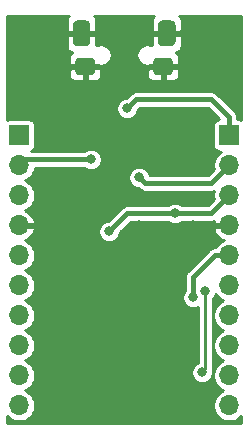
<source format=gbr>
%TF.GenerationSoftware,KiCad,Pcbnew,(5.1.9)-1*%
%TF.CreationDate,2022-01-17T18:14:23-05:00*%
%TF.ProjectId,Dev16x4USB,44657631-3678-4345-9553-422e6b696361,rev?*%
%TF.SameCoordinates,Original*%
%TF.FileFunction,Copper,L2,Bot*%
%TF.FilePolarity,Positive*%
%FSLAX46Y46*%
G04 Gerber Fmt 4.6, Leading zero omitted, Abs format (unit mm)*
G04 Created by KiCad (PCBNEW (5.1.9)-1) date 2022-01-17 18:14:23*
%MOMM*%
%LPD*%
G01*
G04 APERTURE LIST*
%TA.AperFunction,ComponentPad*%
%ADD10O,1.700000X1.700000*%
%TD*%
%TA.AperFunction,ComponentPad*%
%ADD11R,1.700000X1.700000*%
%TD*%
%TA.AperFunction,ViaPad*%
%ADD12C,0.800000*%
%TD*%
%TA.AperFunction,Conductor*%
%ADD13C,0.381000*%
%TD*%
%TA.AperFunction,Conductor*%
%ADD14C,0.254000*%
%TD*%
%TA.AperFunction,Conductor*%
%ADD15C,0.100000*%
%TD*%
G04 APERTURE END LIST*
D10*
%TO.P,J3,10*%
%TO.N,/6_SDA*%
X124460000Y-109220000D03*
%TO.P,J3,9*%
%TO.N,/7_SCL*%
X124460000Y-106680000D03*
%TO.P,J3,8*%
%TO.N,/UPDI*%
X124460000Y-104140000D03*
%TO.P,J3,7*%
%TO.N,/8_MOSI*%
X124460000Y-101600000D03*
%TO.P,J3,6*%
%TO.N,/9_MISO*%
X124460000Y-99060000D03*
%TO.P,J3,5*%
%TO.N,/10_SCK*%
X124460000Y-96520000D03*
%TO.P,J3,4*%
%TO.N,GND*%
X124460000Y-93980000D03*
%TO.P,J3,3*%
%TO.N,VCC*%
X124460000Y-91440000D03*
%TO.P,J3,2*%
%TO.N,+3V3*%
X124460000Y-88900000D03*
D11*
%TO.P,J3,1*%
%TO.N,+5V*%
X124460000Y-86360000D03*
%TD*%
D10*
%TO.P,J2,10*%
%TO.N,/5_TX*%
X106680000Y-109220000D03*
%TO.P,J2,9*%
%TO.N,/4_RX*%
X106680000Y-106680000D03*
%TO.P,J2,8*%
%TO.N,/3*%
X106680000Y-104140000D03*
%TO.P,J2,7*%
%TO.N,/2*%
X106680000Y-101600000D03*
%TO.P,J2,6*%
%TO.N,/1_VREF*%
X106680000Y-99060000D03*
%TO.P,J2,5*%
%TO.N,/0_SS*%
X106680000Y-96520000D03*
%TO.P,J2,4*%
%TO.N,GND*%
X106680000Y-93980000D03*
%TO.P,J2,3*%
%TO.N,VCC*%
X106680000Y-91440000D03*
%TO.P,J2,2*%
%TO.N,+3V3*%
X106680000Y-88900000D03*
D11*
%TO.P,J2,1*%
%TO.N,+5V*%
X106680000Y-86360000D03*
%TD*%
%TO.P,J1,6*%
%TO.N,GND*%
%TA.AperFunction,ComponentPad*%
G36*
G01*
X118420000Y-78449000D02*
X118420000Y-76999000D01*
G75*
G02*
X118795000Y-76624000I375000J0D01*
G01*
X119545000Y-76624000D01*
G75*
G02*
X119920000Y-76999000I0J-375000D01*
G01*
X119920000Y-78449000D01*
G75*
G02*
X119545000Y-78824000I-375000J0D01*
G01*
X118795000Y-78824000D01*
G75*
G02*
X118420000Y-78449000I0J375000D01*
G01*
G37*
%TD.AperFunction*%
%TA.AperFunction,ComponentPad*%
G36*
G01*
X111220000Y-78449000D02*
X111220000Y-76999000D01*
G75*
G02*
X111595000Y-76624000I375000J0D01*
G01*
X112345000Y-76624000D01*
G75*
G02*
X112720000Y-76999000I0J-375000D01*
G01*
X112720000Y-78449000D01*
G75*
G02*
X112345000Y-78824000I-375000J0D01*
G01*
X111595000Y-78824000D01*
G75*
G02*
X111220000Y-78449000I0J375000D01*
G01*
G37*
%TD.AperFunction*%
%TA.AperFunction,ComponentPad*%
G36*
G01*
X111420000Y-80899000D02*
X111420000Y-80149000D01*
G75*
G02*
X111795000Y-79774000I375000J0D01*
G01*
X112745000Y-79774000D01*
G75*
G02*
X113120000Y-80149000I0J-375000D01*
G01*
X113120000Y-80899000D01*
G75*
G02*
X112745000Y-81274000I-375000J0D01*
G01*
X111795000Y-81274000D01*
G75*
G02*
X111420000Y-80899000I0J375000D01*
G01*
G37*
%TD.AperFunction*%
%TA.AperFunction,ComponentPad*%
G36*
G01*
X118020000Y-80899000D02*
X118020000Y-80149000D01*
G75*
G02*
X118395000Y-79774000I375000J0D01*
G01*
X119345000Y-79774000D01*
G75*
G02*
X119720000Y-80149000I0J-375000D01*
G01*
X119720000Y-80899000D01*
G75*
G02*
X119345000Y-81274000I-375000J0D01*
G01*
X118395000Y-81274000D01*
G75*
G02*
X118020000Y-80899000I0J375000D01*
G01*
G37*
%TD.AperFunction*%
%TD*%
D12*
%TO.N,GND*%
X115824000Y-99568000D03*
X118872000Y-99568000D03*
X121412000Y-89408000D03*
X122936000Y-84836000D03*
X110744000Y-94488000D03*
X121412000Y-91948000D03*
X121412000Y-93980000D03*
X116840000Y-93980000D03*
%TO.N,+5V*%
X115824000Y-84077070D03*
%TO.N,+3V3*%
X112776000Y-88392000D03*
X116840000Y-89916000D03*
%TO.N,VCC*%
X114300000Y-94488000D03*
X119888000Y-92964000D03*
%TO.N,/UPDI*%
X122174000Y-106426000D03*
X122428000Y-99568020D03*
%TO.N,/10_SCK*%
X121412000Y-100075994D03*
%TD*%
D13*
%TO.N,+5V*%
X116589070Y-83312000D02*
X115824000Y-84077070D01*
X122936000Y-83312000D02*
X116589070Y-83312000D01*
X124460000Y-84836000D02*
X122936000Y-83312000D01*
X124460000Y-86360000D02*
X124460000Y-84836000D01*
%TO.N,+3V3*%
X107188000Y-88392000D02*
X106680000Y-88900000D01*
X112776000Y-88392000D02*
X107188000Y-88392000D01*
X122936000Y-90424000D02*
X124460000Y-88900000D01*
X117348000Y-90424000D02*
X122936000Y-90424000D01*
X116840000Y-89916000D02*
X117348000Y-90424000D01*
%TO.N,VCC*%
X114300000Y-94488000D02*
X114300000Y-94488000D01*
X115824000Y-92964000D02*
X119888000Y-92964000D01*
X114300000Y-94488000D02*
X115824000Y-92964000D01*
X124460000Y-91440000D02*
X122936000Y-92964000D01*
X122936000Y-92964000D02*
X119888000Y-92964000D01*
D14*
%TO.N,/UPDI*%
X122428000Y-106172000D02*
X122428000Y-99568020D01*
X122174000Y-106426000D02*
X122428000Y-106172000D01*
D13*
%TO.N,/10_SCK*%
X123257919Y-96520000D02*
X121412000Y-98365919D01*
X124460000Y-96520000D02*
X123257919Y-96520000D01*
X121412000Y-98365919D02*
X121412000Y-100075994D01*
%TD*%
D14*
%TO.N,GND*%
X110859052Y-76263052D02*
X110795570Y-76340405D01*
X110748398Y-76428656D01*
X110719350Y-76524415D01*
X110709542Y-76624000D01*
X110712000Y-77470000D01*
X110839000Y-77597000D01*
X111843000Y-77597000D01*
X111843000Y-77577000D01*
X112097000Y-77577000D01*
X112097000Y-77597000D01*
X113101000Y-77597000D01*
X113228000Y-77470000D01*
X113230458Y-76624000D01*
X113220650Y-76524415D01*
X113191602Y-76428656D01*
X113144430Y-76340405D01*
X113080948Y-76263052D01*
X113034582Y-76225000D01*
X118105418Y-76225000D01*
X118059052Y-76263052D01*
X117995570Y-76340405D01*
X117948398Y-76428656D01*
X117919350Y-76524415D01*
X117909542Y-76624000D01*
X117912000Y-77470000D01*
X118039000Y-77597000D01*
X119043000Y-77597000D01*
X119043000Y-77577000D01*
X119297000Y-77577000D01*
X119297000Y-77597000D01*
X120301000Y-77597000D01*
X120428000Y-77470000D01*
X120430458Y-76624000D01*
X120420650Y-76524415D01*
X120391602Y-76428656D01*
X120344430Y-76340405D01*
X120280948Y-76263052D01*
X120234582Y-76225000D01*
X125451000Y-76225000D01*
X125451000Y-85021914D01*
X125409585Y-85009351D01*
X125310000Y-84999543D01*
X125158500Y-84999543D01*
X125158500Y-84870297D01*
X125161878Y-84835999D01*
X125158500Y-84801701D01*
X125158500Y-84801691D01*
X125148393Y-84699070D01*
X125108452Y-84567403D01*
X125076256Y-84507169D01*
X125043591Y-84446056D01*
X124978173Y-84366345D01*
X124978171Y-84366343D01*
X124956303Y-84339697D01*
X124929657Y-84317829D01*
X123454175Y-82842348D01*
X123432303Y-82815697D01*
X123325943Y-82728409D01*
X123204597Y-82663548D01*
X123072930Y-82623607D01*
X122970309Y-82613500D01*
X122970298Y-82613500D01*
X122936000Y-82610122D01*
X122901702Y-82613500D01*
X116623367Y-82613500D01*
X116589069Y-82610122D01*
X116554771Y-82613500D01*
X116554761Y-82613500D01*
X116452140Y-82623607D01*
X116320473Y-82663548D01*
X116320471Y-82663549D01*
X116199126Y-82728409D01*
X116119415Y-82793827D01*
X116092767Y-82815697D01*
X116070899Y-82842343D01*
X115744172Y-83169070D01*
X115734570Y-83169070D01*
X115559146Y-83203964D01*
X115393901Y-83272411D01*
X115245184Y-83371781D01*
X115118711Y-83498254D01*
X115019341Y-83646971D01*
X114950894Y-83812216D01*
X114916000Y-83987640D01*
X114916000Y-84166500D01*
X114950894Y-84341924D01*
X115019341Y-84507169D01*
X115118711Y-84655886D01*
X115245184Y-84782359D01*
X115393901Y-84881729D01*
X115559146Y-84950176D01*
X115734570Y-84985070D01*
X115913430Y-84985070D01*
X116088854Y-84950176D01*
X116254099Y-84881729D01*
X116402816Y-84782359D01*
X116529289Y-84655886D01*
X116628659Y-84507169D01*
X116697106Y-84341924D01*
X116732000Y-84166500D01*
X116732000Y-84156898D01*
X116878398Y-84010500D01*
X122646673Y-84010500D01*
X123635715Y-84999543D01*
X123610000Y-84999543D01*
X123510415Y-85009351D01*
X123414657Y-85038399D01*
X123326405Y-85085571D01*
X123249052Y-85149052D01*
X123185571Y-85226405D01*
X123138399Y-85314657D01*
X123109351Y-85410415D01*
X123099543Y-85510000D01*
X123099543Y-87210000D01*
X123109351Y-87309585D01*
X123138399Y-87405343D01*
X123185571Y-87493595D01*
X123249052Y-87570948D01*
X123326405Y-87634429D01*
X123414657Y-87681601D01*
X123510415Y-87710649D01*
X123610000Y-87720457D01*
X123780975Y-87720457D01*
X123594325Y-87845172D01*
X123405172Y-88034325D01*
X123256556Y-88256746D01*
X123154187Y-88503886D01*
X123102000Y-88766249D01*
X123102000Y-89033751D01*
X123141225Y-89230948D01*
X122646673Y-89725500D01*
X117727896Y-89725500D01*
X117713106Y-89651146D01*
X117644659Y-89485901D01*
X117545289Y-89337184D01*
X117418816Y-89210711D01*
X117270099Y-89111341D01*
X117104854Y-89042894D01*
X116929430Y-89008000D01*
X116750570Y-89008000D01*
X116575146Y-89042894D01*
X116409901Y-89111341D01*
X116261184Y-89210711D01*
X116134711Y-89337184D01*
X116035341Y-89485901D01*
X115966894Y-89651146D01*
X115932000Y-89826570D01*
X115932000Y-90005430D01*
X115966894Y-90180854D01*
X116035341Y-90346099D01*
X116134711Y-90494816D01*
X116261184Y-90621289D01*
X116409901Y-90720659D01*
X116575146Y-90789106D01*
X116750570Y-90824000D01*
X116760172Y-90824000D01*
X116829829Y-90893657D01*
X116851697Y-90920303D01*
X116878343Y-90942171D01*
X116878345Y-90942173D01*
X116958056Y-91007591D01*
X117079401Y-91072451D01*
X117079403Y-91072452D01*
X117211070Y-91112393D01*
X117313691Y-91122500D01*
X117313701Y-91122500D01*
X117347999Y-91125878D01*
X117382297Y-91122500D01*
X122901702Y-91122500D01*
X122936000Y-91125878D01*
X122970298Y-91122500D01*
X122970309Y-91122500D01*
X123072930Y-91112393D01*
X123144903Y-91090560D01*
X123102000Y-91306249D01*
X123102000Y-91573751D01*
X123141225Y-91770948D01*
X122646673Y-92265500D01*
X120473605Y-92265500D01*
X120466816Y-92258711D01*
X120318099Y-92159341D01*
X120152854Y-92090894D01*
X119977430Y-92056000D01*
X119798570Y-92056000D01*
X119623146Y-92090894D01*
X119457901Y-92159341D01*
X119309184Y-92258711D01*
X119302395Y-92265500D01*
X115858297Y-92265500D01*
X115823999Y-92262122D01*
X115789701Y-92265500D01*
X115789691Y-92265500D01*
X115687070Y-92275607D01*
X115555403Y-92315548D01*
X115555401Y-92315549D01*
X115434056Y-92380409D01*
X115354345Y-92445827D01*
X115327697Y-92467697D01*
X115305829Y-92494343D01*
X114220173Y-93580000D01*
X114210570Y-93580000D01*
X114035146Y-93614894D01*
X113869901Y-93683341D01*
X113721184Y-93782711D01*
X113594711Y-93909184D01*
X113495341Y-94057901D01*
X113426894Y-94223146D01*
X113392000Y-94398570D01*
X113392000Y-94577430D01*
X113426894Y-94752854D01*
X113495341Y-94918099D01*
X113594711Y-95066816D01*
X113721184Y-95193289D01*
X113869901Y-95292659D01*
X114035146Y-95361106D01*
X114210570Y-95396000D01*
X114389430Y-95396000D01*
X114564854Y-95361106D01*
X114730099Y-95292659D01*
X114878816Y-95193289D01*
X115005289Y-95066816D01*
X115104659Y-94918099D01*
X115173106Y-94752854D01*
X115208000Y-94577430D01*
X115208000Y-94567827D01*
X116113328Y-93662500D01*
X119302395Y-93662500D01*
X119309184Y-93669289D01*
X119457901Y-93768659D01*
X119623146Y-93837106D01*
X119798570Y-93872000D01*
X119977430Y-93872000D01*
X120152854Y-93837106D01*
X120318099Y-93768659D01*
X120466816Y-93669289D01*
X120473605Y-93662500D01*
X122901702Y-93662500D01*
X122936000Y-93665878D01*
X122970298Y-93662500D01*
X122970309Y-93662500D01*
X123072930Y-93652393D01*
X123148595Y-93629440D01*
X123144465Y-93643057D01*
X123235569Y-93853000D01*
X124333000Y-93853000D01*
X124333000Y-93833000D01*
X124587000Y-93833000D01*
X124587000Y-93853000D01*
X124607000Y-93853000D01*
X124607000Y-94107000D01*
X124587000Y-94107000D01*
X124587000Y-94127000D01*
X124333000Y-94127000D01*
X124333000Y-94107000D01*
X123235569Y-94107000D01*
X123144465Y-94316943D01*
X123178972Y-94430717D01*
X123291517Y-94671973D01*
X123448966Y-94886637D01*
X123645269Y-95066459D01*
X123872881Y-95204529D01*
X123986987Y-95246040D01*
X123816746Y-95316556D01*
X123594325Y-95465172D01*
X123405172Y-95654325D01*
X123293470Y-95821500D01*
X123292217Y-95821500D01*
X123257919Y-95818122D01*
X123223621Y-95821500D01*
X123223610Y-95821500D01*
X123120989Y-95831607D01*
X122989322Y-95871548D01*
X122932836Y-95901740D01*
X122867975Y-95936409D01*
X122788265Y-96001826D01*
X122788262Y-96001829D01*
X122761616Y-96023697D01*
X122739748Y-96050343D01*
X120942344Y-97847748D01*
X120915697Y-97869617D01*
X120893829Y-97896263D01*
X120893826Y-97896266D01*
X120828409Y-97975976D01*
X120763549Y-98097321D01*
X120763548Y-98097323D01*
X120723607Y-98228990D01*
X120713500Y-98331611D01*
X120713500Y-98331621D01*
X120710122Y-98365919D01*
X120713500Y-98400218D01*
X120713501Y-99490388D01*
X120706711Y-99497178D01*
X120607341Y-99645895D01*
X120538894Y-99811140D01*
X120504000Y-99986564D01*
X120504000Y-100165424D01*
X120538894Y-100340848D01*
X120607341Y-100506093D01*
X120706711Y-100654810D01*
X120833184Y-100781283D01*
X120981901Y-100880653D01*
X121147146Y-100949100D01*
X121322570Y-100983994D01*
X121501430Y-100983994D01*
X121676854Y-100949100D01*
X121793001Y-100900990D01*
X121793000Y-105601003D01*
X121743901Y-105621341D01*
X121595184Y-105720711D01*
X121468711Y-105847184D01*
X121369341Y-105995901D01*
X121300894Y-106161146D01*
X121266000Y-106336570D01*
X121266000Y-106515430D01*
X121300894Y-106690854D01*
X121369341Y-106856099D01*
X121468711Y-107004816D01*
X121595184Y-107131289D01*
X121743901Y-107230659D01*
X121909146Y-107299106D01*
X122084570Y-107334000D01*
X122263430Y-107334000D01*
X122438854Y-107299106D01*
X122604099Y-107230659D01*
X122752816Y-107131289D01*
X122879289Y-107004816D01*
X122978659Y-106856099D01*
X123047106Y-106690854D01*
X123082000Y-106515430D01*
X123082000Y-106336570D01*
X123060506Y-106228513D01*
X123063000Y-106203192D01*
X123063000Y-106203182D01*
X123066071Y-106172001D01*
X123063000Y-106140820D01*
X123063000Y-100217125D01*
X123133289Y-100146836D01*
X123232659Y-99998119D01*
X123301106Y-99832874D01*
X123310754Y-99784368D01*
X123405172Y-99925675D01*
X123594325Y-100114828D01*
X123816746Y-100263444D01*
X123977426Y-100330000D01*
X123816746Y-100396556D01*
X123594325Y-100545172D01*
X123405172Y-100734325D01*
X123256556Y-100956746D01*
X123154187Y-101203886D01*
X123102000Y-101466249D01*
X123102000Y-101733751D01*
X123154187Y-101996114D01*
X123256556Y-102243254D01*
X123405172Y-102465675D01*
X123594325Y-102654828D01*
X123816746Y-102803444D01*
X123977426Y-102870000D01*
X123816746Y-102936556D01*
X123594325Y-103085172D01*
X123405172Y-103274325D01*
X123256556Y-103496746D01*
X123154187Y-103743886D01*
X123102000Y-104006249D01*
X123102000Y-104273751D01*
X123154187Y-104536114D01*
X123256556Y-104783254D01*
X123405172Y-105005675D01*
X123594325Y-105194828D01*
X123816746Y-105343444D01*
X123977426Y-105410000D01*
X123816746Y-105476556D01*
X123594325Y-105625172D01*
X123405172Y-105814325D01*
X123256556Y-106036746D01*
X123154187Y-106283886D01*
X123102000Y-106546249D01*
X123102000Y-106813751D01*
X123154187Y-107076114D01*
X123256556Y-107323254D01*
X123405172Y-107545675D01*
X123594325Y-107734828D01*
X123816746Y-107883444D01*
X123977426Y-107950000D01*
X123816746Y-108016556D01*
X123594325Y-108165172D01*
X123405172Y-108354325D01*
X123256556Y-108576746D01*
X123154187Y-108823886D01*
X123102000Y-109086249D01*
X123102000Y-109353751D01*
X123154187Y-109616114D01*
X123256556Y-109863254D01*
X123405172Y-110085675D01*
X123594325Y-110274828D01*
X123816746Y-110423444D01*
X124063886Y-110525813D01*
X124326249Y-110578000D01*
X124593751Y-110578000D01*
X124856114Y-110525813D01*
X125103254Y-110423444D01*
X125325675Y-110274828D01*
X125451001Y-110149502D01*
X125451001Y-110719000D01*
X105689000Y-110719000D01*
X105689000Y-110149503D01*
X105814325Y-110274828D01*
X106036746Y-110423444D01*
X106283886Y-110525813D01*
X106546249Y-110578000D01*
X106813751Y-110578000D01*
X107076114Y-110525813D01*
X107323254Y-110423444D01*
X107545675Y-110274828D01*
X107734828Y-110085675D01*
X107883444Y-109863254D01*
X107985813Y-109616114D01*
X108038000Y-109353751D01*
X108038000Y-109086249D01*
X107985813Y-108823886D01*
X107883444Y-108576746D01*
X107734828Y-108354325D01*
X107545675Y-108165172D01*
X107323254Y-108016556D01*
X107162574Y-107950000D01*
X107323254Y-107883444D01*
X107545675Y-107734828D01*
X107734828Y-107545675D01*
X107883444Y-107323254D01*
X107985813Y-107076114D01*
X108038000Y-106813751D01*
X108038000Y-106546249D01*
X107985813Y-106283886D01*
X107883444Y-106036746D01*
X107734828Y-105814325D01*
X107545675Y-105625172D01*
X107323254Y-105476556D01*
X107162574Y-105410000D01*
X107323254Y-105343444D01*
X107545675Y-105194828D01*
X107734828Y-105005675D01*
X107883444Y-104783254D01*
X107985813Y-104536114D01*
X108038000Y-104273751D01*
X108038000Y-104006249D01*
X107985813Y-103743886D01*
X107883444Y-103496746D01*
X107734828Y-103274325D01*
X107545675Y-103085172D01*
X107323254Y-102936556D01*
X107162574Y-102870000D01*
X107323254Y-102803444D01*
X107545675Y-102654828D01*
X107734828Y-102465675D01*
X107883444Y-102243254D01*
X107985813Y-101996114D01*
X108038000Y-101733751D01*
X108038000Y-101466249D01*
X107985813Y-101203886D01*
X107883444Y-100956746D01*
X107734828Y-100734325D01*
X107545675Y-100545172D01*
X107323254Y-100396556D01*
X107162574Y-100330000D01*
X107323254Y-100263444D01*
X107545675Y-100114828D01*
X107734828Y-99925675D01*
X107883444Y-99703254D01*
X107985813Y-99456114D01*
X108038000Y-99193751D01*
X108038000Y-98926249D01*
X107985813Y-98663886D01*
X107883444Y-98416746D01*
X107734828Y-98194325D01*
X107545675Y-98005172D01*
X107323254Y-97856556D01*
X107162574Y-97790000D01*
X107323254Y-97723444D01*
X107545675Y-97574828D01*
X107734828Y-97385675D01*
X107883444Y-97163254D01*
X107985813Y-96916114D01*
X108038000Y-96653751D01*
X108038000Y-96386249D01*
X107985813Y-96123886D01*
X107883444Y-95876746D01*
X107734828Y-95654325D01*
X107545675Y-95465172D01*
X107323254Y-95316556D01*
X107153013Y-95246040D01*
X107267119Y-95204529D01*
X107494731Y-95066459D01*
X107691034Y-94886637D01*
X107848483Y-94671973D01*
X107961028Y-94430717D01*
X107995535Y-94316943D01*
X107904431Y-94107000D01*
X106807000Y-94107000D01*
X106807000Y-94127000D01*
X106553000Y-94127000D01*
X106553000Y-94107000D01*
X106533000Y-94107000D01*
X106533000Y-93853000D01*
X106553000Y-93853000D01*
X106553000Y-93833000D01*
X106807000Y-93833000D01*
X106807000Y-93853000D01*
X107904431Y-93853000D01*
X107995535Y-93643057D01*
X107961028Y-93529283D01*
X107848483Y-93288027D01*
X107691034Y-93073363D01*
X107494731Y-92893541D01*
X107267119Y-92755471D01*
X107153013Y-92713960D01*
X107323254Y-92643444D01*
X107545675Y-92494828D01*
X107734828Y-92305675D01*
X107883444Y-92083254D01*
X107985813Y-91836114D01*
X108038000Y-91573751D01*
X108038000Y-91306249D01*
X107985813Y-91043886D01*
X107883444Y-90796746D01*
X107734828Y-90574325D01*
X107545675Y-90385172D01*
X107323254Y-90236556D01*
X107162574Y-90170000D01*
X107323254Y-90103444D01*
X107545675Y-89954828D01*
X107734828Y-89765675D01*
X107883444Y-89543254D01*
X107985813Y-89296114D01*
X108026712Y-89090500D01*
X112190395Y-89090500D01*
X112197184Y-89097289D01*
X112345901Y-89196659D01*
X112511146Y-89265106D01*
X112686570Y-89300000D01*
X112865430Y-89300000D01*
X113040854Y-89265106D01*
X113206099Y-89196659D01*
X113354816Y-89097289D01*
X113481289Y-88970816D01*
X113580659Y-88822099D01*
X113649106Y-88656854D01*
X113684000Y-88481430D01*
X113684000Y-88302570D01*
X113649106Y-88127146D01*
X113580659Y-87961901D01*
X113481289Y-87813184D01*
X113354816Y-87686711D01*
X113206099Y-87587341D01*
X113040854Y-87518894D01*
X112865430Y-87484000D01*
X112686570Y-87484000D01*
X112511146Y-87518894D01*
X112345901Y-87587341D01*
X112197184Y-87686711D01*
X112190395Y-87693500D01*
X107686117Y-87693500D01*
X107725343Y-87681601D01*
X107813595Y-87634429D01*
X107890948Y-87570948D01*
X107954429Y-87493595D01*
X108001601Y-87405343D01*
X108030649Y-87309585D01*
X108040457Y-87210000D01*
X108040457Y-85510000D01*
X108030649Y-85410415D01*
X108001601Y-85314657D01*
X107954429Y-85226405D01*
X107890948Y-85149052D01*
X107813595Y-85085571D01*
X107725343Y-85038399D01*
X107629585Y-85009351D01*
X107530000Y-84999543D01*
X105830000Y-84999543D01*
X105730415Y-85009351D01*
X105689000Y-85021914D01*
X105689000Y-81274000D01*
X110909542Y-81274000D01*
X110919350Y-81373585D01*
X110948398Y-81469344D01*
X110995570Y-81557595D01*
X111059052Y-81634948D01*
X111136405Y-81698430D01*
X111224656Y-81745602D01*
X111320415Y-81774650D01*
X111420000Y-81784458D01*
X112016000Y-81782000D01*
X112143000Y-81655000D01*
X112143000Y-80651000D01*
X112397000Y-80651000D01*
X112397000Y-81655000D01*
X112524000Y-81782000D01*
X113120000Y-81784458D01*
X113219585Y-81774650D01*
X113315344Y-81745602D01*
X113403595Y-81698430D01*
X113480948Y-81634948D01*
X113544430Y-81557595D01*
X113591602Y-81469344D01*
X113620650Y-81373585D01*
X113630458Y-81274000D01*
X117509542Y-81274000D01*
X117519350Y-81373585D01*
X117548398Y-81469344D01*
X117595570Y-81557595D01*
X117659052Y-81634948D01*
X117736405Y-81698430D01*
X117824656Y-81745602D01*
X117920415Y-81774650D01*
X118020000Y-81784458D01*
X118616000Y-81782000D01*
X118743000Y-81655000D01*
X118743000Y-80651000D01*
X118997000Y-80651000D01*
X118997000Y-81655000D01*
X119124000Y-81782000D01*
X119720000Y-81784458D01*
X119819585Y-81774650D01*
X119915344Y-81745602D01*
X120003595Y-81698430D01*
X120080948Y-81634948D01*
X120144430Y-81557595D01*
X120191602Y-81469344D01*
X120220650Y-81373585D01*
X120230458Y-81274000D01*
X120228000Y-80778000D01*
X120101000Y-80651000D01*
X118997000Y-80651000D01*
X118743000Y-80651000D01*
X117639000Y-80651000D01*
X117512000Y-80778000D01*
X117509542Y-81274000D01*
X113630458Y-81274000D01*
X113628000Y-80778000D01*
X113501000Y-80651000D01*
X112397000Y-80651000D01*
X112143000Y-80651000D01*
X111039000Y-80651000D01*
X110912000Y-80778000D01*
X110909542Y-81274000D01*
X105689000Y-81274000D01*
X105689000Y-78824000D01*
X110709542Y-78824000D01*
X110719350Y-78923585D01*
X110748398Y-79019344D01*
X110795570Y-79107595D01*
X110859052Y-79184948D01*
X110936405Y-79248430D01*
X111024656Y-79295602D01*
X111120415Y-79324650D01*
X111173285Y-79329857D01*
X111136405Y-79349570D01*
X111059052Y-79413052D01*
X110995570Y-79490405D01*
X110948398Y-79578656D01*
X110919350Y-79674415D01*
X110909542Y-79774000D01*
X110912000Y-80270000D01*
X111039000Y-80397000D01*
X112143000Y-80397000D01*
X112143000Y-80377000D01*
X112397000Y-80377000D01*
X112397000Y-80397000D01*
X113282464Y-80397000D01*
X113355146Y-80427106D01*
X113530570Y-80462000D01*
X113709430Y-80462000D01*
X113884854Y-80427106D01*
X114050099Y-80358659D01*
X114198816Y-80259289D01*
X114325289Y-80132816D01*
X114424659Y-79984099D01*
X114493106Y-79818854D01*
X114528000Y-79643430D01*
X114528000Y-79464570D01*
X116612000Y-79464570D01*
X116612000Y-79643430D01*
X116646894Y-79818854D01*
X116715341Y-79984099D01*
X116814711Y-80132816D01*
X116941184Y-80259289D01*
X117089901Y-80358659D01*
X117255146Y-80427106D01*
X117430570Y-80462000D01*
X117609430Y-80462000D01*
X117784854Y-80427106D01*
X117857536Y-80397000D01*
X118743000Y-80397000D01*
X118743000Y-80377000D01*
X118997000Y-80377000D01*
X118997000Y-80397000D01*
X120101000Y-80397000D01*
X120228000Y-80270000D01*
X120230458Y-79774000D01*
X120220650Y-79674415D01*
X120191602Y-79578656D01*
X120144430Y-79490405D01*
X120080948Y-79413052D01*
X120003595Y-79349570D01*
X119966715Y-79329857D01*
X120019585Y-79324650D01*
X120115344Y-79295602D01*
X120203595Y-79248430D01*
X120280948Y-79184948D01*
X120344430Y-79107595D01*
X120391602Y-79019344D01*
X120420650Y-78923585D01*
X120430458Y-78824000D01*
X120428000Y-77978000D01*
X120301000Y-77851000D01*
X119297000Y-77851000D01*
X119297000Y-77871000D01*
X119043000Y-77871000D01*
X119043000Y-77851000D01*
X118039000Y-77851000D01*
X117912000Y-77978000D01*
X117909807Y-78732652D01*
X117784854Y-78680894D01*
X117609430Y-78646000D01*
X117430570Y-78646000D01*
X117255146Y-78680894D01*
X117089901Y-78749341D01*
X116941184Y-78848711D01*
X116814711Y-78975184D01*
X116715341Y-79123901D01*
X116646894Y-79289146D01*
X116612000Y-79464570D01*
X114528000Y-79464570D01*
X114493106Y-79289146D01*
X114424659Y-79123901D01*
X114325289Y-78975184D01*
X114198816Y-78848711D01*
X114050099Y-78749341D01*
X113884854Y-78680894D01*
X113709430Y-78646000D01*
X113530570Y-78646000D01*
X113355146Y-78680894D01*
X113230193Y-78732652D01*
X113228000Y-77978000D01*
X113101000Y-77851000D01*
X112097000Y-77851000D01*
X112097000Y-77871000D01*
X111843000Y-77871000D01*
X111843000Y-77851000D01*
X110839000Y-77851000D01*
X110712000Y-77978000D01*
X110709542Y-78824000D01*
X105689000Y-78824000D01*
X105689000Y-76225000D01*
X110905418Y-76225000D01*
X110859052Y-76263052D01*
%TA.AperFunction,Conductor*%
D15*
G36*
X110859052Y-76263052D02*
G01*
X110795570Y-76340405D01*
X110748398Y-76428656D01*
X110719350Y-76524415D01*
X110709542Y-76624000D01*
X110712000Y-77470000D01*
X110839000Y-77597000D01*
X111843000Y-77597000D01*
X111843000Y-77577000D01*
X112097000Y-77577000D01*
X112097000Y-77597000D01*
X113101000Y-77597000D01*
X113228000Y-77470000D01*
X113230458Y-76624000D01*
X113220650Y-76524415D01*
X113191602Y-76428656D01*
X113144430Y-76340405D01*
X113080948Y-76263052D01*
X113034582Y-76225000D01*
X118105418Y-76225000D01*
X118059052Y-76263052D01*
X117995570Y-76340405D01*
X117948398Y-76428656D01*
X117919350Y-76524415D01*
X117909542Y-76624000D01*
X117912000Y-77470000D01*
X118039000Y-77597000D01*
X119043000Y-77597000D01*
X119043000Y-77577000D01*
X119297000Y-77577000D01*
X119297000Y-77597000D01*
X120301000Y-77597000D01*
X120428000Y-77470000D01*
X120430458Y-76624000D01*
X120420650Y-76524415D01*
X120391602Y-76428656D01*
X120344430Y-76340405D01*
X120280948Y-76263052D01*
X120234582Y-76225000D01*
X125451000Y-76225000D01*
X125451000Y-85021914D01*
X125409585Y-85009351D01*
X125310000Y-84999543D01*
X125158500Y-84999543D01*
X125158500Y-84870297D01*
X125161878Y-84835999D01*
X125158500Y-84801701D01*
X125158500Y-84801691D01*
X125148393Y-84699070D01*
X125108452Y-84567403D01*
X125076256Y-84507169D01*
X125043591Y-84446056D01*
X124978173Y-84366345D01*
X124978171Y-84366343D01*
X124956303Y-84339697D01*
X124929657Y-84317829D01*
X123454175Y-82842348D01*
X123432303Y-82815697D01*
X123325943Y-82728409D01*
X123204597Y-82663548D01*
X123072930Y-82623607D01*
X122970309Y-82613500D01*
X122970298Y-82613500D01*
X122936000Y-82610122D01*
X122901702Y-82613500D01*
X116623367Y-82613500D01*
X116589069Y-82610122D01*
X116554771Y-82613500D01*
X116554761Y-82613500D01*
X116452140Y-82623607D01*
X116320473Y-82663548D01*
X116320471Y-82663549D01*
X116199126Y-82728409D01*
X116119415Y-82793827D01*
X116092767Y-82815697D01*
X116070899Y-82842343D01*
X115744172Y-83169070D01*
X115734570Y-83169070D01*
X115559146Y-83203964D01*
X115393901Y-83272411D01*
X115245184Y-83371781D01*
X115118711Y-83498254D01*
X115019341Y-83646971D01*
X114950894Y-83812216D01*
X114916000Y-83987640D01*
X114916000Y-84166500D01*
X114950894Y-84341924D01*
X115019341Y-84507169D01*
X115118711Y-84655886D01*
X115245184Y-84782359D01*
X115393901Y-84881729D01*
X115559146Y-84950176D01*
X115734570Y-84985070D01*
X115913430Y-84985070D01*
X116088854Y-84950176D01*
X116254099Y-84881729D01*
X116402816Y-84782359D01*
X116529289Y-84655886D01*
X116628659Y-84507169D01*
X116697106Y-84341924D01*
X116732000Y-84166500D01*
X116732000Y-84156898D01*
X116878398Y-84010500D01*
X122646673Y-84010500D01*
X123635715Y-84999543D01*
X123610000Y-84999543D01*
X123510415Y-85009351D01*
X123414657Y-85038399D01*
X123326405Y-85085571D01*
X123249052Y-85149052D01*
X123185571Y-85226405D01*
X123138399Y-85314657D01*
X123109351Y-85410415D01*
X123099543Y-85510000D01*
X123099543Y-87210000D01*
X123109351Y-87309585D01*
X123138399Y-87405343D01*
X123185571Y-87493595D01*
X123249052Y-87570948D01*
X123326405Y-87634429D01*
X123414657Y-87681601D01*
X123510415Y-87710649D01*
X123610000Y-87720457D01*
X123780975Y-87720457D01*
X123594325Y-87845172D01*
X123405172Y-88034325D01*
X123256556Y-88256746D01*
X123154187Y-88503886D01*
X123102000Y-88766249D01*
X123102000Y-89033751D01*
X123141225Y-89230948D01*
X122646673Y-89725500D01*
X117727896Y-89725500D01*
X117713106Y-89651146D01*
X117644659Y-89485901D01*
X117545289Y-89337184D01*
X117418816Y-89210711D01*
X117270099Y-89111341D01*
X117104854Y-89042894D01*
X116929430Y-89008000D01*
X116750570Y-89008000D01*
X116575146Y-89042894D01*
X116409901Y-89111341D01*
X116261184Y-89210711D01*
X116134711Y-89337184D01*
X116035341Y-89485901D01*
X115966894Y-89651146D01*
X115932000Y-89826570D01*
X115932000Y-90005430D01*
X115966894Y-90180854D01*
X116035341Y-90346099D01*
X116134711Y-90494816D01*
X116261184Y-90621289D01*
X116409901Y-90720659D01*
X116575146Y-90789106D01*
X116750570Y-90824000D01*
X116760172Y-90824000D01*
X116829829Y-90893657D01*
X116851697Y-90920303D01*
X116878343Y-90942171D01*
X116878345Y-90942173D01*
X116958056Y-91007591D01*
X117079401Y-91072451D01*
X117079403Y-91072452D01*
X117211070Y-91112393D01*
X117313691Y-91122500D01*
X117313701Y-91122500D01*
X117347999Y-91125878D01*
X117382297Y-91122500D01*
X122901702Y-91122500D01*
X122936000Y-91125878D01*
X122970298Y-91122500D01*
X122970309Y-91122500D01*
X123072930Y-91112393D01*
X123144903Y-91090560D01*
X123102000Y-91306249D01*
X123102000Y-91573751D01*
X123141225Y-91770948D01*
X122646673Y-92265500D01*
X120473605Y-92265500D01*
X120466816Y-92258711D01*
X120318099Y-92159341D01*
X120152854Y-92090894D01*
X119977430Y-92056000D01*
X119798570Y-92056000D01*
X119623146Y-92090894D01*
X119457901Y-92159341D01*
X119309184Y-92258711D01*
X119302395Y-92265500D01*
X115858297Y-92265500D01*
X115823999Y-92262122D01*
X115789701Y-92265500D01*
X115789691Y-92265500D01*
X115687070Y-92275607D01*
X115555403Y-92315548D01*
X115555401Y-92315549D01*
X115434056Y-92380409D01*
X115354345Y-92445827D01*
X115327697Y-92467697D01*
X115305829Y-92494343D01*
X114220173Y-93580000D01*
X114210570Y-93580000D01*
X114035146Y-93614894D01*
X113869901Y-93683341D01*
X113721184Y-93782711D01*
X113594711Y-93909184D01*
X113495341Y-94057901D01*
X113426894Y-94223146D01*
X113392000Y-94398570D01*
X113392000Y-94577430D01*
X113426894Y-94752854D01*
X113495341Y-94918099D01*
X113594711Y-95066816D01*
X113721184Y-95193289D01*
X113869901Y-95292659D01*
X114035146Y-95361106D01*
X114210570Y-95396000D01*
X114389430Y-95396000D01*
X114564854Y-95361106D01*
X114730099Y-95292659D01*
X114878816Y-95193289D01*
X115005289Y-95066816D01*
X115104659Y-94918099D01*
X115173106Y-94752854D01*
X115208000Y-94577430D01*
X115208000Y-94567827D01*
X116113328Y-93662500D01*
X119302395Y-93662500D01*
X119309184Y-93669289D01*
X119457901Y-93768659D01*
X119623146Y-93837106D01*
X119798570Y-93872000D01*
X119977430Y-93872000D01*
X120152854Y-93837106D01*
X120318099Y-93768659D01*
X120466816Y-93669289D01*
X120473605Y-93662500D01*
X122901702Y-93662500D01*
X122936000Y-93665878D01*
X122970298Y-93662500D01*
X122970309Y-93662500D01*
X123072930Y-93652393D01*
X123148595Y-93629440D01*
X123144465Y-93643057D01*
X123235569Y-93853000D01*
X124333000Y-93853000D01*
X124333000Y-93833000D01*
X124587000Y-93833000D01*
X124587000Y-93853000D01*
X124607000Y-93853000D01*
X124607000Y-94107000D01*
X124587000Y-94107000D01*
X124587000Y-94127000D01*
X124333000Y-94127000D01*
X124333000Y-94107000D01*
X123235569Y-94107000D01*
X123144465Y-94316943D01*
X123178972Y-94430717D01*
X123291517Y-94671973D01*
X123448966Y-94886637D01*
X123645269Y-95066459D01*
X123872881Y-95204529D01*
X123986987Y-95246040D01*
X123816746Y-95316556D01*
X123594325Y-95465172D01*
X123405172Y-95654325D01*
X123293470Y-95821500D01*
X123292217Y-95821500D01*
X123257919Y-95818122D01*
X123223621Y-95821500D01*
X123223610Y-95821500D01*
X123120989Y-95831607D01*
X122989322Y-95871548D01*
X122932836Y-95901740D01*
X122867975Y-95936409D01*
X122788265Y-96001826D01*
X122788262Y-96001829D01*
X122761616Y-96023697D01*
X122739748Y-96050343D01*
X120942344Y-97847748D01*
X120915697Y-97869617D01*
X120893829Y-97896263D01*
X120893826Y-97896266D01*
X120828409Y-97975976D01*
X120763549Y-98097321D01*
X120763548Y-98097323D01*
X120723607Y-98228990D01*
X120713500Y-98331611D01*
X120713500Y-98331621D01*
X120710122Y-98365919D01*
X120713500Y-98400218D01*
X120713501Y-99490388D01*
X120706711Y-99497178D01*
X120607341Y-99645895D01*
X120538894Y-99811140D01*
X120504000Y-99986564D01*
X120504000Y-100165424D01*
X120538894Y-100340848D01*
X120607341Y-100506093D01*
X120706711Y-100654810D01*
X120833184Y-100781283D01*
X120981901Y-100880653D01*
X121147146Y-100949100D01*
X121322570Y-100983994D01*
X121501430Y-100983994D01*
X121676854Y-100949100D01*
X121793001Y-100900990D01*
X121793000Y-105601003D01*
X121743901Y-105621341D01*
X121595184Y-105720711D01*
X121468711Y-105847184D01*
X121369341Y-105995901D01*
X121300894Y-106161146D01*
X121266000Y-106336570D01*
X121266000Y-106515430D01*
X121300894Y-106690854D01*
X121369341Y-106856099D01*
X121468711Y-107004816D01*
X121595184Y-107131289D01*
X121743901Y-107230659D01*
X121909146Y-107299106D01*
X122084570Y-107334000D01*
X122263430Y-107334000D01*
X122438854Y-107299106D01*
X122604099Y-107230659D01*
X122752816Y-107131289D01*
X122879289Y-107004816D01*
X122978659Y-106856099D01*
X123047106Y-106690854D01*
X123082000Y-106515430D01*
X123082000Y-106336570D01*
X123060506Y-106228513D01*
X123063000Y-106203192D01*
X123063000Y-106203182D01*
X123066071Y-106172001D01*
X123063000Y-106140820D01*
X123063000Y-100217125D01*
X123133289Y-100146836D01*
X123232659Y-99998119D01*
X123301106Y-99832874D01*
X123310754Y-99784368D01*
X123405172Y-99925675D01*
X123594325Y-100114828D01*
X123816746Y-100263444D01*
X123977426Y-100330000D01*
X123816746Y-100396556D01*
X123594325Y-100545172D01*
X123405172Y-100734325D01*
X123256556Y-100956746D01*
X123154187Y-101203886D01*
X123102000Y-101466249D01*
X123102000Y-101733751D01*
X123154187Y-101996114D01*
X123256556Y-102243254D01*
X123405172Y-102465675D01*
X123594325Y-102654828D01*
X123816746Y-102803444D01*
X123977426Y-102870000D01*
X123816746Y-102936556D01*
X123594325Y-103085172D01*
X123405172Y-103274325D01*
X123256556Y-103496746D01*
X123154187Y-103743886D01*
X123102000Y-104006249D01*
X123102000Y-104273751D01*
X123154187Y-104536114D01*
X123256556Y-104783254D01*
X123405172Y-105005675D01*
X123594325Y-105194828D01*
X123816746Y-105343444D01*
X123977426Y-105410000D01*
X123816746Y-105476556D01*
X123594325Y-105625172D01*
X123405172Y-105814325D01*
X123256556Y-106036746D01*
X123154187Y-106283886D01*
X123102000Y-106546249D01*
X123102000Y-106813751D01*
X123154187Y-107076114D01*
X123256556Y-107323254D01*
X123405172Y-107545675D01*
X123594325Y-107734828D01*
X123816746Y-107883444D01*
X123977426Y-107950000D01*
X123816746Y-108016556D01*
X123594325Y-108165172D01*
X123405172Y-108354325D01*
X123256556Y-108576746D01*
X123154187Y-108823886D01*
X123102000Y-109086249D01*
X123102000Y-109353751D01*
X123154187Y-109616114D01*
X123256556Y-109863254D01*
X123405172Y-110085675D01*
X123594325Y-110274828D01*
X123816746Y-110423444D01*
X124063886Y-110525813D01*
X124326249Y-110578000D01*
X124593751Y-110578000D01*
X124856114Y-110525813D01*
X125103254Y-110423444D01*
X125325675Y-110274828D01*
X125451001Y-110149502D01*
X125451001Y-110719000D01*
X105689000Y-110719000D01*
X105689000Y-110149503D01*
X105814325Y-110274828D01*
X106036746Y-110423444D01*
X106283886Y-110525813D01*
X106546249Y-110578000D01*
X106813751Y-110578000D01*
X107076114Y-110525813D01*
X107323254Y-110423444D01*
X107545675Y-110274828D01*
X107734828Y-110085675D01*
X107883444Y-109863254D01*
X107985813Y-109616114D01*
X108038000Y-109353751D01*
X108038000Y-109086249D01*
X107985813Y-108823886D01*
X107883444Y-108576746D01*
X107734828Y-108354325D01*
X107545675Y-108165172D01*
X107323254Y-108016556D01*
X107162574Y-107950000D01*
X107323254Y-107883444D01*
X107545675Y-107734828D01*
X107734828Y-107545675D01*
X107883444Y-107323254D01*
X107985813Y-107076114D01*
X108038000Y-106813751D01*
X108038000Y-106546249D01*
X107985813Y-106283886D01*
X107883444Y-106036746D01*
X107734828Y-105814325D01*
X107545675Y-105625172D01*
X107323254Y-105476556D01*
X107162574Y-105410000D01*
X107323254Y-105343444D01*
X107545675Y-105194828D01*
X107734828Y-105005675D01*
X107883444Y-104783254D01*
X107985813Y-104536114D01*
X108038000Y-104273751D01*
X108038000Y-104006249D01*
X107985813Y-103743886D01*
X107883444Y-103496746D01*
X107734828Y-103274325D01*
X107545675Y-103085172D01*
X107323254Y-102936556D01*
X107162574Y-102870000D01*
X107323254Y-102803444D01*
X107545675Y-102654828D01*
X107734828Y-102465675D01*
X107883444Y-102243254D01*
X107985813Y-101996114D01*
X108038000Y-101733751D01*
X108038000Y-101466249D01*
X107985813Y-101203886D01*
X107883444Y-100956746D01*
X107734828Y-100734325D01*
X107545675Y-100545172D01*
X107323254Y-100396556D01*
X107162574Y-100330000D01*
X107323254Y-100263444D01*
X107545675Y-100114828D01*
X107734828Y-99925675D01*
X107883444Y-99703254D01*
X107985813Y-99456114D01*
X108038000Y-99193751D01*
X108038000Y-98926249D01*
X107985813Y-98663886D01*
X107883444Y-98416746D01*
X107734828Y-98194325D01*
X107545675Y-98005172D01*
X107323254Y-97856556D01*
X107162574Y-97790000D01*
X107323254Y-97723444D01*
X107545675Y-97574828D01*
X107734828Y-97385675D01*
X107883444Y-97163254D01*
X107985813Y-96916114D01*
X108038000Y-96653751D01*
X108038000Y-96386249D01*
X107985813Y-96123886D01*
X107883444Y-95876746D01*
X107734828Y-95654325D01*
X107545675Y-95465172D01*
X107323254Y-95316556D01*
X107153013Y-95246040D01*
X107267119Y-95204529D01*
X107494731Y-95066459D01*
X107691034Y-94886637D01*
X107848483Y-94671973D01*
X107961028Y-94430717D01*
X107995535Y-94316943D01*
X107904431Y-94107000D01*
X106807000Y-94107000D01*
X106807000Y-94127000D01*
X106553000Y-94127000D01*
X106553000Y-94107000D01*
X106533000Y-94107000D01*
X106533000Y-93853000D01*
X106553000Y-93853000D01*
X106553000Y-93833000D01*
X106807000Y-93833000D01*
X106807000Y-93853000D01*
X107904431Y-93853000D01*
X107995535Y-93643057D01*
X107961028Y-93529283D01*
X107848483Y-93288027D01*
X107691034Y-93073363D01*
X107494731Y-92893541D01*
X107267119Y-92755471D01*
X107153013Y-92713960D01*
X107323254Y-92643444D01*
X107545675Y-92494828D01*
X107734828Y-92305675D01*
X107883444Y-92083254D01*
X107985813Y-91836114D01*
X108038000Y-91573751D01*
X108038000Y-91306249D01*
X107985813Y-91043886D01*
X107883444Y-90796746D01*
X107734828Y-90574325D01*
X107545675Y-90385172D01*
X107323254Y-90236556D01*
X107162574Y-90170000D01*
X107323254Y-90103444D01*
X107545675Y-89954828D01*
X107734828Y-89765675D01*
X107883444Y-89543254D01*
X107985813Y-89296114D01*
X108026712Y-89090500D01*
X112190395Y-89090500D01*
X112197184Y-89097289D01*
X112345901Y-89196659D01*
X112511146Y-89265106D01*
X112686570Y-89300000D01*
X112865430Y-89300000D01*
X113040854Y-89265106D01*
X113206099Y-89196659D01*
X113354816Y-89097289D01*
X113481289Y-88970816D01*
X113580659Y-88822099D01*
X113649106Y-88656854D01*
X113684000Y-88481430D01*
X113684000Y-88302570D01*
X113649106Y-88127146D01*
X113580659Y-87961901D01*
X113481289Y-87813184D01*
X113354816Y-87686711D01*
X113206099Y-87587341D01*
X113040854Y-87518894D01*
X112865430Y-87484000D01*
X112686570Y-87484000D01*
X112511146Y-87518894D01*
X112345901Y-87587341D01*
X112197184Y-87686711D01*
X112190395Y-87693500D01*
X107686117Y-87693500D01*
X107725343Y-87681601D01*
X107813595Y-87634429D01*
X107890948Y-87570948D01*
X107954429Y-87493595D01*
X108001601Y-87405343D01*
X108030649Y-87309585D01*
X108040457Y-87210000D01*
X108040457Y-85510000D01*
X108030649Y-85410415D01*
X108001601Y-85314657D01*
X107954429Y-85226405D01*
X107890948Y-85149052D01*
X107813595Y-85085571D01*
X107725343Y-85038399D01*
X107629585Y-85009351D01*
X107530000Y-84999543D01*
X105830000Y-84999543D01*
X105730415Y-85009351D01*
X105689000Y-85021914D01*
X105689000Y-81274000D01*
X110909542Y-81274000D01*
X110919350Y-81373585D01*
X110948398Y-81469344D01*
X110995570Y-81557595D01*
X111059052Y-81634948D01*
X111136405Y-81698430D01*
X111224656Y-81745602D01*
X111320415Y-81774650D01*
X111420000Y-81784458D01*
X112016000Y-81782000D01*
X112143000Y-81655000D01*
X112143000Y-80651000D01*
X112397000Y-80651000D01*
X112397000Y-81655000D01*
X112524000Y-81782000D01*
X113120000Y-81784458D01*
X113219585Y-81774650D01*
X113315344Y-81745602D01*
X113403595Y-81698430D01*
X113480948Y-81634948D01*
X113544430Y-81557595D01*
X113591602Y-81469344D01*
X113620650Y-81373585D01*
X113630458Y-81274000D01*
X117509542Y-81274000D01*
X117519350Y-81373585D01*
X117548398Y-81469344D01*
X117595570Y-81557595D01*
X117659052Y-81634948D01*
X117736405Y-81698430D01*
X117824656Y-81745602D01*
X117920415Y-81774650D01*
X118020000Y-81784458D01*
X118616000Y-81782000D01*
X118743000Y-81655000D01*
X118743000Y-80651000D01*
X118997000Y-80651000D01*
X118997000Y-81655000D01*
X119124000Y-81782000D01*
X119720000Y-81784458D01*
X119819585Y-81774650D01*
X119915344Y-81745602D01*
X120003595Y-81698430D01*
X120080948Y-81634948D01*
X120144430Y-81557595D01*
X120191602Y-81469344D01*
X120220650Y-81373585D01*
X120230458Y-81274000D01*
X120228000Y-80778000D01*
X120101000Y-80651000D01*
X118997000Y-80651000D01*
X118743000Y-80651000D01*
X117639000Y-80651000D01*
X117512000Y-80778000D01*
X117509542Y-81274000D01*
X113630458Y-81274000D01*
X113628000Y-80778000D01*
X113501000Y-80651000D01*
X112397000Y-80651000D01*
X112143000Y-80651000D01*
X111039000Y-80651000D01*
X110912000Y-80778000D01*
X110909542Y-81274000D01*
X105689000Y-81274000D01*
X105689000Y-78824000D01*
X110709542Y-78824000D01*
X110719350Y-78923585D01*
X110748398Y-79019344D01*
X110795570Y-79107595D01*
X110859052Y-79184948D01*
X110936405Y-79248430D01*
X111024656Y-79295602D01*
X111120415Y-79324650D01*
X111173285Y-79329857D01*
X111136405Y-79349570D01*
X111059052Y-79413052D01*
X110995570Y-79490405D01*
X110948398Y-79578656D01*
X110919350Y-79674415D01*
X110909542Y-79774000D01*
X110912000Y-80270000D01*
X111039000Y-80397000D01*
X112143000Y-80397000D01*
X112143000Y-80377000D01*
X112397000Y-80377000D01*
X112397000Y-80397000D01*
X113282464Y-80397000D01*
X113355146Y-80427106D01*
X113530570Y-80462000D01*
X113709430Y-80462000D01*
X113884854Y-80427106D01*
X114050099Y-80358659D01*
X114198816Y-80259289D01*
X114325289Y-80132816D01*
X114424659Y-79984099D01*
X114493106Y-79818854D01*
X114528000Y-79643430D01*
X114528000Y-79464570D01*
X116612000Y-79464570D01*
X116612000Y-79643430D01*
X116646894Y-79818854D01*
X116715341Y-79984099D01*
X116814711Y-80132816D01*
X116941184Y-80259289D01*
X117089901Y-80358659D01*
X117255146Y-80427106D01*
X117430570Y-80462000D01*
X117609430Y-80462000D01*
X117784854Y-80427106D01*
X117857536Y-80397000D01*
X118743000Y-80397000D01*
X118743000Y-80377000D01*
X118997000Y-80377000D01*
X118997000Y-80397000D01*
X120101000Y-80397000D01*
X120228000Y-80270000D01*
X120230458Y-79774000D01*
X120220650Y-79674415D01*
X120191602Y-79578656D01*
X120144430Y-79490405D01*
X120080948Y-79413052D01*
X120003595Y-79349570D01*
X119966715Y-79329857D01*
X120019585Y-79324650D01*
X120115344Y-79295602D01*
X120203595Y-79248430D01*
X120280948Y-79184948D01*
X120344430Y-79107595D01*
X120391602Y-79019344D01*
X120420650Y-78923585D01*
X120430458Y-78824000D01*
X120428000Y-77978000D01*
X120301000Y-77851000D01*
X119297000Y-77851000D01*
X119297000Y-77871000D01*
X119043000Y-77871000D01*
X119043000Y-77851000D01*
X118039000Y-77851000D01*
X117912000Y-77978000D01*
X117909807Y-78732652D01*
X117784854Y-78680894D01*
X117609430Y-78646000D01*
X117430570Y-78646000D01*
X117255146Y-78680894D01*
X117089901Y-78749341D01*
X116941184Y-78848711D01*
X116814711Y-78975184D01*
X116715341Y-79123901D01*
X116646894Y-79289146D01*
X116612000Y-79464570D01*
X114528000Y-79464570D01*
X114493106Y-79289146D01*
X114424659Y-79123901D01*
X114325289Y-78975184D01*
X114198816Y-78848711D01*
X114050099Y-78749341D01*
X113884854Y-78680894D01*
X113709430Y-78646000D01*
X113530570Y-78646000D01*
X113355146Y-78680894D01*
X113230193Y-78732652D01*
X113228000Y-77978000D01*
X113101000Y-77851000D01*
X112097000Y-77851000D01*
X112097000Y-77871000D01*
X111843000Y-77871000D01*
X111843000Y-77851000D01*
X110839000Y-77851000D01*
X110712000Y-77978000D01*
X110709542Y-78824000D01*
X105689000Y-78824000D01*
X105689000Y-76225000D01*
X110905418Y-76225000D01*
X110859052Y-76263052D01*
G37*
%TD.AperFunction*%
%TD*%
M02*

</source>
